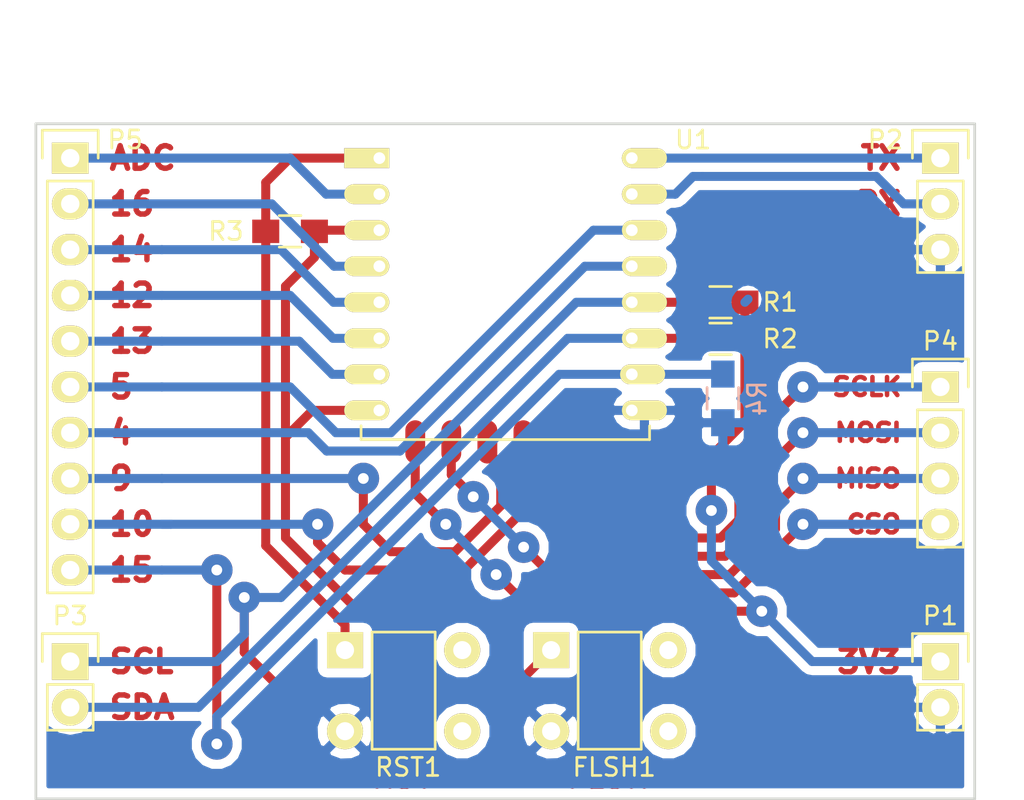
<source format=kicad_pcb>
(kicad_pcb (version 4) (host pcbnew 4.0.2-stable)

  (general
    (links 34)
    (no_connects 0)
    (area 115.157 74.794999 172.475 119.455001)
    (thickness 1.6)
    (drawings 27)
    (tracks 187)
    (zones 0)
    (modules 12)
    (nets 22)
  )

  (page A4)
  (layers
    (0 F.Cu signal)
    (31 B.Cu signal)
    (32 B.Adhes user)
    (33 F.Adhes user)
    (34 B.Paste user)
    (35 F.Paste user)
    (36 B.SilkS user)
    (37 F.SilkS user)
    (38 B.Mask user)
    (39 F.Mask user)
    (40 Dwgs.User user)
    (41 Cmts.User user)
    (42 Eco1.User user)
    (43 Eco2.User user)
    (44 Edge.Cuts user)
    (45 Margin user)
    (46 B.CrtYd user)
    (47 F.CrtYd user)
    (48 B.Fab user)
    (49 F.Fab user)
  )

  (setup
    (last_trace_width 0.5)
    (trace_clearance 0.25)
    (zone_clearance 0.508)
    (zone_45_only no)
    (trace_min 0.2)
    (segment_width 0.2)
    (edge_width 0.15)
    (via_size 1.75)
    (via_drill 0.6)
    (via_min_size 0.4)
    (via_min_drill 0.3)
    (uvia_size 0.3)
    (uvia_drill 0.1)
    (uvias_allowed no)
    (uvia_min_size 0.2)
    (uvia_min_drill 0.1)
    (pcb_text_width 0.3)
    (pcb_text_size 1.5 1.5)
    (mod_edge_width 0.15)
    (mod_text_size 1 1)
    (mod_text_width 0.15)
    (pad_size 1.524 1.524)
    (pad_drill 0.762)
    (pad_to_mask_clearance 0.2)
    (aux_axis_origin 0 0)
    (visible_elements 7FFFFFFF)
    (pcbplotparams
      (layerselection 0x01000_80000001)
      (usegerberextensions false)
      (excludeedgelayer true)
      (linewidth 0.100000)
      (plotframeref false)
      (viasonmask false)
      (mode 1)
      (useauxorigin false)
      (hpglpennumber 1)
      (hpglpenspeed 20)
      (hpglpendiameter 15)
      (hpglpenoverlay 2)
      (psnegative false)
      (psa4output false)
      (plotreference true)
      (plotvalue true)
      (plotinvisibletext false)
      (padsonsilk false)
      (subtractmaskfromsilk false)
      (outputformat 1)
      (mirror false)
      (drillshape 0)
      (scaleselection 1)
      (outputdirectory mill/))
  )

  (net 0 "")
  (net 1 GND)
  (net 2 +3V3)
  (net 3 /TX)
  (net 4 /RX)
  (net 5 /SDA)
  (net 6 /SCL)
  (net 7 /SCLK)
  (net 8 /MOSI)
  (net 9 /MISO)
  (net 10 /CSO)
  (net 11 /ADC)
  (net 12 /GPIO16)
  (net 13 /GPIO14)
  (net 14 /GPIO12)
  (net 15 /GPIO13)
  (net 16 /GPIO9)
  (net 17 /GPIO10)
  (net 18 /GPIO5)
  (net 19 /GPIO4)
  (net 20 /GPIO15)
  (net 21 /RESET)

  (net_class Default "This is the default net class."
    (clearance 0.25)
    (trace_width 0.5)
    (via_dia 1.75)
    (via_drill 0.6)
    (uvia_dia 0.3)
    (uvia_drill 0.1)
    (add_net +3V3)
    (add_net /ADC)
    (add_net /CSO)
    (add_net /GPIO10)
    (add_net /GPIO12)
    (add_net /GPIO13)
    (add_net /GPIO14)
    (add_net /GPIO15)
    (add_net /GPIO16)
    (add_net /GPIO4)
    (add_net /GPIO5)
    (add_net /GPIO9)
    (add_net /MISO)
    (add_net /MOSI)
    (add_net /RESET)
    (add_net /RX)
    (add_net /SCL)
    (add_net /SCLK)
    (add_net /SDA)
    (add_net /TX)
    (add_net GND)
  )

  (module scintilla:ESP-12F locked (layer F.Cu) (tedit 57EC545D) (tstamp 57EBFD72)
    (at 136.525 83.82)
    (descr "Module, scintilla, ESP-12, 16 pad, SMD")
    (tags "Module scintilla ESP8266")
    (path /57EC1984)
    (fp_text reference U1 (at 17.399 -1.016) (layer F.SilkS)
      (effects (font (size 1 1) (thickness 0.15)))
    )
    (fp_text value ESP-12F (at 8 1) (layer F.Fab)
      (effects (font (size 1 1) (thickness 0.15)))
    )
    (fp_line (start -2.25 -0.5) (end -2.25 -8.75) (layer F.CrtYd) (width 0.05))
    (fp_line (start -2.25 -8.75) (end 15.25 -8.75) (layer F.CrtYd) (width 0.05))
    (fp_line (start 15.25 -8.75) (end 16.25 -8.75) (layer F.CrtYd) (width 0.05))
    (fp_line (start 16.25 -8.75) (end 16.25 16) (layer F.CrtYd) (width 0.05))
    (fp_line (start 16.25 16) (end -2.25 16) (layer F.CrtYd) (width 0.05))
    (fp_line (start -2.25 16) (end -2.25 -0.5) (layer F.CrtYd) (width 0.05))
    (fp_line (start -1.016 -8.382) (end 14.986 -8.382) (layer F.CrtYd) (width 0.1524))
    (fp_line (start 14.986 -8.382) (end 14.986 -0.889) (layer F.CrtYd) (width 0.1524))
    (fp_line (start -1.016 -8.382) (end -1.016 -1.016) (layer F.CrtYd) (width 0.1524))
    (fp_line (start -1.016 14.859) (end -1.016 15.621) (layer F.SilkS) (width 0.1524))
    (fp_line (start -1.016 15.621) (end 14.986 15.621) (layer F.SilkS) (width 0.1524))
    (fp_line (start 14.986 15.621) (end 14.986 14.859) (layer F.SilkS) (width 0.1524))
    (fp_line (start 14.992 -8.4) (end -1.008 -2.6) (layer F.CrtYd) (width 0.1524))
    (fp_line (start -1.008 -8.4) (end 14.992 -2.6) (layer F.CrtYd) (width 0.1524))
    (fp_text user "No Copper" (at 6.892 -5.4) (layer F.CrtYd)
      (effects (font (size 1 1) (thickness 0.15)))
    )
    (fp_line (start -1.008 -2.6) (end 14.992 -2.6) (layer F.CrtYd) (width 0.1524))
    (fp_line (start 15 -8.4) (end 15 15.6) (layer F.Fab) (width 0.05))
    (fp_line (start 14.992 15.6) (end -1.008 15.6) (layer F.Fab) (width 0.05))
    (fp_line (start -1.008 15.6) (end -1.008 -8.4) (layer F.Fab) (width 0.05))
    (fp_line (start -1.008 -8.4) (end 14.992 -8.4) (layer F.Fab) (width 0.05))
    (pad 1 thru_hole rect (at 0 0) (size 2.5 1.1) (drill 0.65 (offset -0.7 0)) (layers *.Cu *.Mask F.SilkS)
      (net 21 /RESET))
    (pad 2 thru_hole oval (at 0 2) (size 2.5 1.1) (drill 0.65 (offset -0.7 0)) (layers *.Cu *.Mask F.SilkS)
      (net 11 /ADC))
    (pad 3 thru_hole oval (at 0 4) (size 2.5 1.1) (drill 0.65 (offset -0.7 0)) (layers *.Cu *.Mask F.SilkS)
      (net 2 +3V3))
    (pad 4 thru_hole oval (at 0 6) (size 2.5 1.1) (drill 0.65 (offset -0.7 0)) (layers *.Cu *.Mask F.SilkS)
      (net 12 /GPIO16))
    (pad 5 thru_hole oval (at 0 8) (size 2.5 1.1) (drill 0.65 (offset -0.7 0)) (layers *.Cu *.Mask F.SilkS)
      (net 13 /GPIO14))
    (pad 6 thru_hole oval (at 0 10) (size 2.5 1.1) (drill 0.65 (offset -0.7 0)) (layers *.Cu *.Mask F.SilkS)
      (net 14 /GPIO12))
    (pad 7 thru_hole oval (at 0 12) (size 2.5 1.1) (drill 0.65 (offset -0.7 0)) (layers *.Cu *.Mask F.SilkS)
      (net 15 /GPIO13))
    (pad 8 thru_hole oval (at 0 14) (size 2.5 1.1) (drill 0.65 (offset -0.7 0)) (layers *.Cu *.Mask F.SilkS)
      (net 2 +3V3))
    (pad 9 smd oval (at 1.99 15.75 90) (size 2.4 1.1) (layers F.Cu F.Paste F.Mask)
      (net 10 /CSO))
    (pad 10 smd oval (at 3.99 15.75 90) (size 2.4 1.1) (layers F.Cu F.Paste F.Mask)
      (net 9 /MISO))
    (pad 11 smd oval (at 5.99 15.75 90) (size 2.4 1.1) (layers F.Cu F.Paste F.Mask)
      (net 16 /GPIO9))
    (pad 12 smd oval (at 7.99 15.75 90) (size 2.4 1.1) (layers F.Cu F.Paste F.Mask)
      (net 17 /GPIO10))
    (pad 13 smd oval (at 9.99 15.75 90) (size 2.4 1.1) (layers F.Cu F.Paste F.Mask)
      (net 8 /MOSI))
    (pad 14 smd oval (at 11.99 15.75 90) (size 2.4 1.1) (layers F.Cu F.Paste F.Mask)
      (net 7 /SCLK))
    (pad 15 thru_hole oval (at 14 14) (size 2.5 1.1) (drill 0.65 (offset 0.7 0)) (layers *.Cu *.Mask F.SilkS)
      (net 1 GND))
    (pad 16 thru_hole oval (at 14 12) (size 2.5 1.1) (drill 0.65 (offset 0.6 0)) (layers *.Cu *.Mask F.SilkS)
      (net 20 /GPIO15))
    (pad 17 thru_hole oval (at 14 10) (size 2.5 1.1) (drill 0.65 (offset 0.7 0)) (layers *.Cu *.Mask F.SilkS)
      (net 5 /SDA))
    (pad 18 thru_hole oval (at 14 8) (size 2.5 1.1) (drill 0.65 (offset 0.7 0)) (layers *.Cu *.Mask F.SilkS)
      (net 6 /SCL))
    (pad 19 thru_hole oval (at 14 6) (size 2.5 1.1) (drill 0.65 (offset 0.7 0)) (layers *.Cu *.Mask F.SilkS)
      (net 19 /GPIO4))
    (pad 20 thru_hole oval (at 14 4) (size 2.5 1.1) (drill 0.65 (offset 0.7 0)) (layers *.Cu *.Mask F.SilkS)
      (net 18 /GPIO5))
    (pad 21 thru_hole oval (at 14 2) (size 2.5 1.1) (drill 0.65 (offset 0.7 0)) (layers *.Cu *.Mask F.SilkS)
      (net 4 /RX))
    (pad 22 thru_hole oval (at 14 0) (size 2.5 1.1) (drill 0.65 (offset 0.7 0)) (layers *.Cu *.Mask F.SilkS)
      (net 3 /TX))
  )

  (module Resistors_SMD:R_0805_HandSoldering (layer F.Cu) (tedit 57EC5C9E) (tstamp 57EBFD32)
    (at 131.572 87.884 180)
    (descr "Resistor SMD 0805, hand soldering")
    (tags "resistor 0805")
    (path /57B20D9D)
    (attr smd)
    (fp_text reference R3 (at 3.556 0 180) (layer F.SilkS)
      (effects (font (size 1 1) (thickness 0.15)))
    )
    (fp_text value 10k (at 0 0 180) (layer F.Fab)
      (effects (font (size 1 1) (thickness 0.15)))
    )
    (fp_line (start -2.4 -1) (end 2.4 -1) (layer F.CrtYd) (width 0.05))
    (fp_line (start -2.4 1) (end 2.4 1) (layer F.CrtYd) (width 0.05))
    (fp_line (start -2.4 -1) (end -2.4 1) (layer F.CrtYd) (width 0.05))
    (fp_line (start 2.4 -1) (end 2.4 1) (layer F.CrtYd) (width 0.05))
    (fp_line (start 0.6 0.875) (end -0.6 0.875) (layer F.SilkS) (width 0.15))
    (fp_line (start -0.6 -0.875) (end 0.6 -0.875) (layer F.SilkS) (width 0.15))
    (pad 1 smd rect (at -1.35 0 180) (size 1.5 1.3) (layers F.Cu F.Paste F.Mask)
      (net 2 +3V3))
    (pad 2 smd rect (at 1.35 0 180) (size 1.5 1.3) (layers F.Cu F.Paste F.Mask)
      (net 21 /RESET))
    (model Resistors_SMD.3dshapes/R_0805_HandSoldering.wrl
      (at (xyz 0 0 0))
      (scale (xyz 1 1 1))
      (rotate (xyz 0 0 0))
    )
  )

  (module scintilla:1825910-6 (layer F.Cu) (tedit 57EC542C) (tstamp 57EBFCF7)
    (at 146.05 111.125)
    (path /57B2172A)
    (fp_text reference FLSH1 (at 3.5 6.5) (layer F.SilkS)
      (effects (font (size 1 1) (thickness 0.15)))
    )
    (fp_text value SW_PUSH (at 8.89 2.159 90) (layer F.Fab)
      (effects (font (size 1 1) (thickness 0.15)))
    )
    (fp_line (start 1.5 -1) (end 5 -1) (layer F.SilkS) (width 0.15))
    (fp_line (start 5 -1) (end 5 5.5) (layer F.SilkS) (width 0.15))
    (fp_line (start 5 5.5) (end 1.5 5.5) (layer F.SilkS) (width 0.15))
    (fp_line (start 1.5 5.5) (end 1.5 -1) (layer F.SilkS) (width 0.15))
    (pad 1 thru_hole rect (at 0 0) (size 2 2) (drill 1) (layers *.Cu *.Mask F.SilkS)
      (net 6 /SCL))
    (pad 2 thru_hole circle (at 0 4.5) (size 2 2) (drill 1) (layers *.Cu *.Mask F.SilkS)
      (net 1 GND))
    (pad 3 thru_hole circle (at 6.5 4.5) (size 2 2) (drill 1) (layers *.Cu *.Mask F.SilkS))
    (pad 4 thru_hole circle (at 6.5 0) (size 2 2) (drill 1) (layers *.Cu *.Mask F.SilkS))
  )

  (module Pin_Headers:Pin_Header_Straight_1x02 (layer F.Cu) (tedit 57EC5474) (tstamp 57EBFCFD)
    (at 167.64 111.76)
    (descr "Through hole pin header")
    (tags "pin header")
    (path /57B279EF)
    (fp_text reference P1 (at 0 -2.54) (layer F.SilkS)
      (effects (font (size 1 1) (thickness 0.15)))
    )
    (fp_text value PWR_CONN (at 3.81 1.27 90) (layer F.Fab)
      (effects (font (size 1 1) (thickness 0.15)))
    )
    (fp_line (start 1.27 1.27) (end 1.27 3.81) (layer F.SilkS) (width 0.15))
    (fp_line (start 1.55 -1.55) (end 1.55 0) (layer F.SilkS) (width 0.15))
    (fp_line (start -1.75 -1.75) (end -1.75 4.3) (layer F.CrtYd) (width 0.05))
    (fp_line (start 1.75 -1.75) (end 1.75 4.3) (layer F.CrtYd) (width 0.05))
    (fp_line (start -1.75 -1.75) (end 1.75 -1.75) (layer F.CrtYd) (width 0.05))
    (fp_line (start -1.75 4.3) (end 1.75 4.3) (layer F.CrtYd) (width 0.05))
    (fp_line (start 1.27 1.27) (end -1.27 1.27) (layer F.SilkS) (width 0.15))
    (fp_line (start -1.55 0) (end -1.55 -1.55) (layer F.SilkS) (width 0.15))
    (fp_line (start -1.55 -1.55) (end 1.55 -1.55) (layer F.SilkS) (width 0.15))
    (fp_line (start -1.27 1.27) (end -1.27 3.81) (layer F.SilkS) (width 0.15))
    (fp_line (start -1.27 3.81) (end 1.27 3.81) (layer F.SilkS) (width 0.15))
    (pad 1 thru_hole rect (at 0 0) (size 2.032 2.032) (drill 1.016) (layers *.Cu *.Mask F.SilkS)
      (net 2 +3V3))
    (pad 2 thru_hole oval (at 0 2.54) (size 2.032 2.032) (drill 1.016) (layers *.Cu *.Mask F.SilkS)
      (net 1 GND))
    (model Pin_Headers.3dshapes/Pin_Header_Straight_1x02.wrl
      (at (xyz 0 -0.05 0))
      (scale (xyz 1 1 1))
      (rotate (xyz 0 0 90))
    )
  )

  (module Pin_Headers:Pin_Header_Straight_1x03 (layer F.Cu) (tedit 57EC545F) (tstamp 57EBFD04)
    (at 167.64 83.82)
    (descr "Through hole pin header")
    (tags "pin header")
    (path /57B237A7)
    (fp_text reference P2 (at -3.048 -1.016) (layer F.SilkS)
      (effects (font (size 1 1) (thickness 0.15)))
    )
    (fp_text value UART_BUS (at 3.81 2.54 90) (layer F.Fab)
      (effects (font (size 1 1) (thickness 0.15)))
    )
    (fp_line (start -1.75 -1.75) (end -1.75 6.85) (layer F.CrtYd) (width 0.05))
    (fp_line (start 1.75 -1.75) (end 1.75 6.85) (layer F.CrtYd) (width 0.05))
    (fp_line (start -1.75 -1.75) (end 1.75 -1.75) (layer F.CrtYd) (width 0.05))
    (fp_line (start -1.75 6.85) (end 1.75 6.85) (layer F.CrtYd) (width 0.05))
    (fp_line (start -1.27 1.27) (end -1.27 6.35) (layer F.SilkS) (width 0.15))
    (fp_line (start -1.27 6.35) (end 1.27 6.35) (layer F.SilkS) (width 0.15))
    (fp_line (start 1.27 6.35) (end 1.27 1.27) (layer F.SilkS) (width 0.15))
    (fp_line (start 1.55 -1.55) (end 1.55 0) (layer F.SilkS) (width 0.15))
    (fp_line (start 1.27 1.27) (end -1.27 1.27) (layer F.SilkS) (width 0.15))
    (fp_line (start -1.55 0) (end -1.55 -1.55) (layer F.SilkS) (width 0.15))
    (fp_line (start -1.55 -1.55) (end 1.55 -1.55) (layer F.SilkS) (width 0.15))
    (pad 1 thru_hole rect (at 0 0) (size 2.032 1.7272) (drill 1.016) (layers *.Cu *.Mask F.SilkS)
      (net 3 /TX))
    (pad 2 thru_hole oval (at 0 2.54) (size 2.032 1.7272) (drill 1.016) (layers *.Cu *.Mask F.SilkS)
      (net 4 /RX))
    (pad 3 thru_hole oval (at 0 5.08) (size 2.032 1.7272) (drill 1.016) (layers *.Cu *.Mask F.SilkS)
      (net 1 GND))
    (model Pin_Headers.3dshapes/Pin_Header_Straight_1x03.wrl
      (at (xyz 0 -0.1 0))
      (scale (xyz 1 1 1))
      (rotate (xyz 0 0 90))
    )
  )

  (module Pin_Headers:Pin_Header_Straight_1x02 (layer F.Cu) (tedit 57EC5479) (tstamp 57EBFD0A)
    (at 119.38 111.76)
    (descr "Through hole pin header")
    (tags "pin header")
    (path /57EBF304)
    (fp_text reference P3 (at 0 -2.54) (layer F.SilkS)
      (effects (font (size 1 1) (thickness 0.15)))
    )
    (fp_text value I2C_BUS (at -3.048 1.016 90) (layer F.Fab)
      (effects (font (size 1 1) (thickness 0.15)))
    )
    (fp_line (start 1.27 1.27) (end 1.27 3.81) (layer F.SilkS) (width 0.15))
    (fp_line (start 1.55 -1.55) (end 1.55 0) (layer F.SilkS) (width 0.15))
    (fp_line (start -1.75 -1.75) (end -1.75 4.3) (layer F.CrtYd) (width 0.05))
    (fp_line (start 1.75 -1.75) (end 1.75 4.3) (layer F.CrtYd) (width 0.05))
    (fp_line (start -1.75 -1.75) (end 1.75 -1.75) (layer F.CrtYd) (width 0.05))
    (fp_line (start -1.75 4.3) (end 1.75 4.3) (layer F.CrtYd) (width 0.05))
    (fp_line (start 1.27 1.27) (end -1.27 1.27) (layer F.SilkS) (width 0.15))
    (fp_line (start -1.55 0) (end -1.55 -1.55) (layer F.SilkS) (width 0.15))
    (fp_line (start -1.55 -1.55) (end 1.55 -1.55) (layer F.SilkS) (width 0.15))
    (fp_line (start -1.27 1.27) (end -1.27 3.81) (layer F.SilkS) (width 0.15))
    (fp_line (start -1.27 3.81) (end 1.27 3.81) (layer F.SilkS) (width 0.15))
    (pad 1 thru_hole rect (at 0 0) (size 2.032 2.032) (drill 1.016) (layers *.Cu *.Mask F.SilkS)
      (net 6 /SCL))
    (pad 2 thru_hole oval (at 0 2.54) (size 2.032 2.032) (drill 1.016) (layers *.Cu *.Mask F.SilkS)
      (net 5 /SDA))
    (model Pin_Headers.3dshapes/Pin_Header_Straight_1x02.wrl
      (at (xyz 0 -0.05 0))
      (scale (xyz 1 1 1))
      (rotate (xyz 0 0 90))
    )
  )

  (module Pin_Headers:Pin_Header_Straight_1x04 (layer F.Cu) (tedit 57EC5470) (tstamp 57EBFD12)
    (at 167.64 96.52)
    (descr "Through hole pin header")
    (tags "pin header")
    (path /57B24E9D)
    (fp_text reference P4 (at 0 -2.54) (layer F.SilkS)
      (effects (font (size 1 1) (thickness 0.15)))
    )
    (fp_text value SPI_BUS (at 3.81 3.81 90) (layer F.Fab)
      (effects (font (size 1 1) (thickness 0.15)))
    )
    (fp_line (start -1.75 -1.75) (end -1.75 9.4) (layer F.CrtYd) (width 0.05))
    (fp_line (start 1.75 -1.75) (end 1.75 9.4) (layer F.CrtYd) (width 0.05))
    (fp_line (start -1.75 -1.75) (end 1.75 -1.75) (layer F.CrtYd) (width 0.05))
    (fp_line (start -1.75 9.4) (end 1.75 9.4) (layer F.CrtYd) (width 0.05))
    (fp_line (start -1.27 1.27) (end -1.27 8.89) (layer F.SilkS) (width 0.15))
    (fp_line (start 1.27 1.27) (end 1.27 8.89) (layer F.SilkS) (width 0.15))
    (fp_line (start 1.55 -1.55) (end 1.55 0) (layer F.SilkS) (width 0.15))
    (fp_line (start -1.27 8.89) (end 1.27 8.89) (layer F.SilkS) (width 0.15))
    (fp_line (start 1.27 1.27) (end -1.27 1.27) (layer F.SilkS) (width 0.15))
    (fp_line (start -1.55 0) (end -1.55 -1.55) (layer F.SilkS) (width 0.15))
    (fp_line (start -1.55 -1.55) (end 1.55 -1.55) (layer F.SilkS) (width 0.15))
    (pad 1 thru_hole rect (at 0 0) (size 2.032 1.7272) (drill 1.016) (layers *.Cu *.Mask F.SilkS)
      (net 7 /SCLK))
    (pad 2 thru_hole oval (at 0 2.54) (size 2.032 1.7272) (drill 1.016) (layers *.Cu *.Mask F.SilkS)
      (net 8 /MOSI))
    (pad 3 thru_hole oval (at 0 5.08) (size 2.032 1.7272) (drill 1.016) (layers *.Cu *.Mask F.SilkS)
      (net 9 /MISO))
    (pad 4 thru_hole oval (at 0 7.62) (size 2.032 1.7272) (drill 1.016) (layers *.Cu *.Mask F.SilkS)
      (net 10 /CSO))
    (model Pin_Headers.3dshapes/Pin_Header_Straight_1x04.wrl
      (at (xyz 0 -0.15 0))
      (scale (xyz 1 1 1))
      (rotate (xyz 0 0 90))
    )
  )

  (module Pin_Headers:Pin_Header_Straight_1x10 (layer F.Cu) (tedit 57EC5455) (tstamp 57EBFD20)
    (at 119.38 83.82)
    (descr "Through hole pin header")
    (tags "pin header")
    (path /57ECA5F9)
    (fp_text reference P5 (at 3.048 -1.016) (layer F.SilkS)
      (effects (font (size 1 1) (thickness 0.15)))
    )
    (fp_text value GPIO_CONN (at -3.048 10.668 90) (layer F.Fab)
      (effects (font (size 1 1) (thickness 0.15)))
    )
    (fp_line (start -1.75 -1.75) (end -1.75 24.65) (layer F.CrtYd) (width 0.05))
    (fp_line (start 1.75 -1.75) (end 1.75 24.65) (layer F.CrtYd) (width 0.05))
    (fp_line (start -1.75 -1.75) (end 1.75 -1.75) (layer F.CrtYd) (width 0.05))
    (fp_line (start -1.75 24.65) (end 1.75 24.65) (layer F.CrtYd) (width 0.05))
    (fp_line (start 1.27 1.27) (end 1.27 24.13) (layer F.SilkS) (width 0.15))
    (fp_line (start 1.27 24.13) (end -1.27 24.13) (layer F.SilkS) (width 0.15))
    (fp_line (start -1.27 24.13) (end -1.27 1.27) (layer F.SilkS) (width 0.15))
    (fp_line (start 1.55 -1.55) (end 1.55 0) (layer F.SilkS) (width 0.15))
    (fp_line (start 1.27 1.27) (end -1.27 1.27) (layer F.SilkS) (width 0.15))
    (fp_line (start -1.55 0) (end -1.55 -1.55) (layer F.SilkS) (width 0.15))
    (fp_line (start -1.55 -1.55) (end 1.55 -1.55) (layer F.SilkS) (width 0.15))
    (pad 1 thru_hole rect (at 0 0) (size 2.032 1.7272) (drill 1.016) (layers *.Cu *.Mask F.SilkS)
      (net 11 /ADC))
    (pad 2 thru_hole oval (at 0 2.54) (size 2.032 1.7272) (drill 1.016) (layers *.Cu *.Mask F.SilkS)
      (net 12 /GPIO16))
    (pad 3 thru_hole oval (at 0 5.08) (size 2.032 1.7272) (drill 1.016) (layers *.Cu *.Mask F.SilkS)
      (net 13 /GPIO14))
    (pad 4 thru_hole oval (at 0 7.62) (size 2.032 1.7272) (drill 1.016) (layers *.Cu *.Mask F.SilkS)
      (net 14 /GPIO12))
    (pad 5 thru_hole oval (at 0 10.16) (size 2.032 1.7272) (drill 1.016) (layers *.Cu *.Mask F.SilkS)
      (net 15 /GPIO13))
    (pad 6 thru_hole oval (at 0 12.7) (size 2.032 1.7272) (drill 1.016) (layers *.Cu *.Mask F.SilkS)
      (net 18 /GPIO5))
    (pad 7 thru_hole oval (at 0 15.24) (size 2.032 1.7272) (drill 1.016) (layers *.Cu *.Mask F.SilkS)
      (net 19 /GPIO4))
    (pad 8 thru_hole oval (at 0 17.78) (size 2.032 1.7272) (drill 1.016) (layers *.Cu *.Mask F.SilkS)
      (net 16 /GPIO9))
    (pad 9 thru_hole oval (at 0 20.32) (size 2.032 1.7272) (drill 1.016) (layers *.Cu *.Mask F.SilkS)
      (net 17 /GPIO10))
    (pad 10 thru_hole oval (at 0 22.86) (size 2.032 1.7272) (drill 1.016) (layers *.Cu *.Mask F.SilkS)
      (net 20 /GPIO15))
    (model Pin_Headers.3dshapes/Pin_Header_Straight_1x10.wrl
      (at (xyz 0 -0.45 0))
      (scale (xyz 1 1 1))
      (rotate (xyz 0 0 90))
    )
  )

  (module Resistors_SMD:R_0805_HandSoldering (layer F.Cu) (tedit 57EC539F) (tstamp 57EBFD26)
    (at 155.448 91.821 180)
    (descr "Resistor SMD 0805, hand soldering")
    (tags "resistor 0805")
    (path /57C0455C)
    (attr smd)
    (fp_text reference R1 (at -3.302 0 180) (layer F.SilkS)
      (effects (font (size 1 1) (thickness 0.15)))
    )
    (fp_text value 4k7 (at 0 0 180) (layer F.Fab)
      (effects (font (size 1 1) (thickness 0.15)))
    )
    (fp_line (start -2.4 -1) (end 2.4 -1) (layer F.CrtYd) (width 0.05))
    (fp_line (start -2.4 1) (end 2.4 1) (layer F.CrtYd) (width 0.05))
    (fp_line (start -2.4 -1) (end -2.4 1) (layer F.CrtYd) (width 0.05))
    (fp_line (start 2.4 -1) (end 2.4 1) (layer F.CrtYd) (width 0.05))
    (fp_line (start 0.6 0.875) (end -0.6 0.875) (layer F.SilkS) (width 0.15))
    (fp_line (start -0.6 -0.875) (end 0.6 -0.875) (layer F.SilkS) (width 0.15))
    (pad 1 smd rect (at -1.35 0 180) (size 1.5 1.3) (layers F.Cu F.Paste F.Mask)
      (net 2 +3V3))
    (pad 2 smd rect (at 1.35 0 180) (size 1.5 1.3) (layers F.Cu F.Paste F.Mask)
      (net 6 /SCL))
    (model Resistors_SMD.3dshapes/R_0805_HandSoldering.wrl
      (at (xyz 0 0 0))
      (scale (xyz 1 1 1))
      (rotate (xyz 0 0 0))
    )
  )

  (module Resistors_SMD:R_0805_HandSoldering (layer F.Cu) (tedit 57EC53A0) (tstamp 57EBFD2C)
    (at 155.448 93.853 180)
    (descr "Resistor SMD 0805, hand soldering")
    (tags "resistor 0805")
    (path /57C0458E)
    (attr smd)
    (fp_text reference R2 (at -3.302 0 180) (layer F.SilkS)
      (effects (font (size 1 1) (thickness 0.15)))
    )
    (fp_text value 4k7 (at 0 0 180) (layer F.Fab)
      (effects (font (size 1 1) (thickness 0.15)))
    )
    (fp_line (start -2.4 -1) (end 2.4 -1) (layer F.CrtYd) (width 0.05))
    (fp_line (start -2.4 1) (end 2.4 1) (layer F.CrtYd) (width 0.05))
    (fp_line (start -2.4 -1) (end -2.4 1) (layer F.CrtYd) (width 0.05))
    (fp_line (start 2.4 -1) (end 2.4 1) (layer F.CrtYd) (width 0.05))
    (fp_line (start 0.6 0.875) (end -0.6 0.875) (layer F.SilkS) (width 0.15))
    (fp_line (start -0.6 -0.875) (end 0.6 -0.875) (layer F.SilkS) (width 0.15))
    (pad 1 smd rect (at -1.35 0 180) (size 1.5 1.3) (layers F.Cu F.Paste F.Mask)
      (net 2 +3V3))
    (pad 2 smd rect (at 1.35 0 180) (size 1.5 1.3) (layers F.Cu F.Paste F.Mask)
      (net 5 /SDA))
    (model Resistors_SMD.3dshapes/R_0805_HandSoldering.wrl
      (at (xyz 0 0 0))
      (scale (xyz 1 1 1))
      (rotate (xyz 0 0 0))
    )
  )

  (module Resistors_SMD:R_0805_HandSoldering (layer B.Cu) (tedit 57EC5CB3) (tstamp 57EBFD38)
    (at 155.575 97.155 270)
    (descr "Resistor SMD 0805, hand soldering")
    (tags "resistor 0805")
    (path /57C044FA)
    (attr smd)
    (fp_text reference R4 (at 0 -1.905 270) (layer B.SilkS)
      (effects (font (size 1 1) (thickness 0.15)) (justify mirror))
    )
    (fp_text value 10k (at 0 0 270) (layer B.Fab)
      (effects (font (size 1 1) (thickness 0.15)) (justify mirror))
    )
    (fp_line (start -2.4 1) (end 2.4 1) (layer B.CrtYd) (width 0.05))
    (fp_line (start -2.4 -1) (end 2.4 -1) (layer B.CrtYd) (width 0.05))
    (fp_line (start -2.4 1) (end -2.4 -1) (layer B.CrtYd) (width 0.05))
    (fp_line (start 2.4 1) (end 2.4 -1) (layer B.CrtYd) (width 0.05))
    (fp_line (start 0.6 -0.875) (end -0.6 -0.875) (layer B.SilkS) (width 0.15))
    (fp_line (start -0.6 0.875) (end 0.6 0.875) (layer B.SilkS) (width 0.15))
    (pad 1 smd rect (at -1.35 0 270) (size 1.5 1.3) (layers B.Cu B.Paste B.Mask)
      (net 20 /GPIO15))
    (pad 2 smd rect (at 1.35 0 270) (size 1.5 1.3) (layers B.Cu B.Paste B.Mask)
      (net 1 GND))
    (model Resistors_SMD.3dshapes/R_0805_HandSoldering.wrl
      (at (xyz 0 0 0))
      (scale (xyz 1 1 1))
      (rotate (xyz 0 0 0))
    )
  )

  (module scintilla:1825910-6 (layer F.Cu) (tedit 57EC5434) (tstamp 57EBFD44)
    (at 134.62 111.125)
    (path /57B20E44)
    (fp_text reference RST1 (at 3.5 6.5) (layer F.SilkS)
      (effects (font (size 1 1) (thickness 0.15)))
    )
    (fp_text value SW_PUSH (at -2.54 2.159 270) (layer F.Fab)
      (effects (font (size 1 1) (thickness 0.15)))
    )
    (fp_line (start 1.5 -1) (end 5 -1) (layer F.SilkS) (width 0.15))
    (fp_line (start 5 -1) (end 5 5.5) (layer F.SilkS) (width 0.15))
    (fp_line (start 5 5.5) (end 1.5 5.5) (layer F.SilkS) (width 0.15))
    (fp_line (start 1.5 5.5) (end 1.5 -1) (layer F.SilkS) (width 0.15))
    (pad 1 thru_hole rect (at 0 0) (size 2 2) (drill 1) (layers *.Cu *.Mask F.SilkS)
      (net 21 /RESET))
    (pad 2 thru_hole circle (at 0 4.5) (size 2 2) (drill 1) (layers *.Cu *.Mask F.SilkS)
      (net 1 GND))
    (pad 3 thru_hole circle (at 6.5 4.5) (size 2 2) (drill 1) (layers *.Cu *.Mask F.SilkS))
    (pad 4 thru_hole circle (at 6.5 0) (size 2 2) (drill 1) (layers *.Cu *.Mask F.SilkS))
  )

  (gr_text "RST\n" (at 137.795 118.11) (layer F.Cu)
    (effects (font (size 1.25 1.25) (thickness 0.3)))
  )
  (gr_text FLSH (at 149.225 118.11) (layer F.Cu)
    (effects (font (size 1.25 1.25) (thickness 0.3)))
  )
  (gr_text GND (at 165.608 114.3) (layer F.Cu)
    (effects (font (size 1.25 1.25) (thickness 0.3)) (justify right))
  )
  (gr_text 3V3 (at 165.608 111.76) (layer F.Cu)
    (effects (font (size 1.25 1.25) (thickness 0.3)) (justify right))
  )
  (gr_text CSO (at 165.608 104.14) (layer F.Cu)
    (effects (font (size 1 1) (thickness 0.25)) (justify right))
  )
  (gr_text MISO (at 165.608 101.6) (layer F.Cu)
    (effects (font (size 1 1) (thickness 0.25)) (justify right))
  )
  (gr_text MOSI (at 165.608 99.06) (layer F.Cu)
    (effects (font (size 1 1) (thickness 0.25)) (justify right))
  )
  (gr_text SCLK (at 165.608 96.52) (layer F.Cu)
    (effects (font (size 1 1) (thickness 0.25)) (justify right))
  )
  (gr_text GND (at 165.608 88.9) (layer F.Cu)
    (effects (font (size 1.25 1.25) (thickness 0.3)) (justify right))
  )
  (gr_text RX (at 165.608 86.36) (layer F.Cu)
    (effects (font (size 1.25 1.25) (thickness 0.3)) (justify right))
  )
  (gr_text TX (at 165.608 83.82) (layer F.Cu)
    (effects (font (size 1.25 1.25) (thickness 0.3)) (justify right))
  )
  (gr_text SDA (at 121.412 114.3) (layer F.Cu)
    (effects (font (size 1.25 1.25) (thickness 0.3)) (justify left))
  )
  (gr_text SCL (at 121.412 111.76) (layer F.Cu)
    (effects (font (size 1.25 1.25) (thickness 0.3)) (justify left))
  )
  (gr_text 15 (at 121.412 106.68) (layer F.Cu)
    (effects (font (size 1.25 1.25) (thickness 0.3)) (justify left))
  )
  (gr_text 10 (at 121.412 104.14) (layer F.Cu)
    (effects (font (size 1.25 1.25) (thickness 0.3)) (justify left))
  )
  (gr_text 9 (at 121.412 101.6) (layer F.Cu)
    (effects (font (size 1.25 1.25) (thickness 0.3)) (justify left))
  )
  (gr_text 4 (at 121.412 99.06) (layer F.Cu)
    (effects (font (size 1.25 1.25) (thickness 0.3)) (justify left))
  )
  (gr_text 5 (at 121.412 96.52) (layer F.Cu)
    (effects (font (size 1.25 1.25) (thickness 0.3)) (justify left))
  )
  (gr_text 13 (at 121.412 93.98) (layer F.Cu)
    (effects (font (size 1.25 1.25) (thickness 0.3)) (justify left))
  )
  (gr_text 12 (at 121.412 91.44) (layer F.Cu)
    (effects (font (size 1.25 1.25) (thickness 0.3)) (justify left))
  )
  (gr_text 14 (at 121.412 88.9) (layer F.Cu)
    (effects (font (size 1.25 1.25) (thickness 0.3)) (justify left))
  )
  (gr_text 16 (at 121.412 86.36) (layer F.Cu)
    (effects (font (size 1.25 1.25) (thickness 0.3)) (justify left))
  )
  (gr_text ADC (at 121.412 83.82) (layer F.Cu)
    (effects (font (size 1.25 1.25) (thickness 0.3)) (justify left))
  )
  (gr_line (start 169.545 119.38) (end 169.545 81.915) (angle 90) (layer Edge.Cuts) (width 0.15))
  (gr_line (start 117.475 119.38) (end 169.545 119.38) (angle 90) (layer Edge.Cuts) (width 0.15))
  (gr_line (start 117.475 81.915) (end 117.475 119.38) (angle 90) (layer Edge.Cuts) (width 0.15))
  (gr_line (start 169.545 81.915) (end 117.475 81.915) (angle 90) (layer Edge.Cuts) (width 0.15))

  (segment (start 156.972 91.647) (end 156.798 91.821) (width 0.5) (layer B.Cu) (net 0) (tstamp 57EC4C83))
  (segment (start 131.318 99.314) (end 131.318 90.932) (width 0.5) (layer F.Cu) (net 2))
  (segment (start 131.318 90.932) (end 132.922 89.328) (width 0.5) (layer F.Cu) (net 2) (tstamp 57EC5BA5))
  (segment (start 167.64 111.76) (end 162.56 111.76) (width 0.5) (layer B.Cu) (net 2))
  (segment (start 160.528 111.76) (end 157.734 108.966) (width 0.5) (layer B.Cu) (net 2) (tstamp 57EC5358))
  (segment (start 162.56 111.76) (end 160.528 111.76) (width 0.5) (layer B.Cu) (net 2))
  (segment (start 132.922 87.884) (end 132.922 89.328) (width 0.5) (layer F.Cu) (net 2))
  (segment (start 136.525 87.82) (end 132.986 87.82) (width 0.5) (layer F.Cu) (net 2))
  (segment (start 132.986 87.82) (end 132.922 87.884) (width 0.5) (layer F.Cu) (net 2) (tstamp 57EC55BC))
  (segment (start 135.382 108.966) (end 131.318 104.902) (width 0.5) (layer F.Cu) (net 2))
  (segment (start 131.318 104.902) (end 131.318 103.632) (width 0.5) (layer F.Cu) (net 2) (tstamp 57EC530A))
  (segment (start 131.318 99.314) (end 132.812 97.82) (width 0.5) (layer F.Cu) (net 2) (tstamp 57EC52FA))
  (segment (start 131.318 103.632) (end 131.318 99.314) (width 0.5) (layer F.Cu) (net 2) (tstamp 57EC530D))
  (segment (start 144.78 108.966) (end 135.382 108.966) (width 0.5) (layer F.Cu) (net 2) (tstamp 57EC52EA))
  (segment (start 157.734 108.966) (end 144.78 108.966) (width 0.5) (layer F.Cu) (net 2) (tstamp 57EC52E9))
  (via (at 157.734 108.966) (size 1.75) (drill 0.6) (layers F.Cu B.Cu) (net 2))
  (segment (start 154.94 103.378) (end 154.94 106.172) (width 0.5) (layer B.Cu) (net 2))
  (segment (start 156.798 98.472) (end 154.94 100.33) (width 0.5) (layer F.Cu) (net 2) (tstamp 57EC52CD))
  (segment (start 154.94 100.33) (end 154.94 103.378) (width 0.5) (layer F.Cu) (net 2) (tstamp 57EC52CF))
  (via (at 154.94 103.378) (size 1.75) (drill 0.6) (layers F.Cu B.Cu) (net 2))
  (segment (start 156.798 93.853) (end 156.798 98.472) (width 0.5) (layer F.Cu) (net 2))
  (segment (start 132.812 97.82) (end 136.525 97.82) (width 0.5) (layer F.Cu) (net 2) (tstamp 57EC52FB))
  (segment (start 154.94 106.172) (end 157.734 108.966) (width 0.5) (layer B.Cu) (net 2) (tstamp 57EC52E1))
  (segment (start 156.798 91.821) (end 156.798 93.853) (width 0.5) (layer F.Cu) (net 2))
  (segment (start 136.525 87.82) (end 136.461 87.884) (width 0.5) (layer B.Cu) (net 2))
  (segment (start 167.64 83.82) (end 150.525 83.82) (width 0.5) (layer B.Cu) (net 3))
  (segment (start 152.908 85.82) (end 152.94 85.82) (width 0.5) (layer B.Cu) (net 4))
  (segment (start 164.084 84.836) (end 154.432 84.836) (width 0.5) (layer B.Cu) (net 4) (tstamp 57EC5C00))
  (segment (start 164.084 84.836) (end 165.608 86.36) (width 0.5) (layer B.Cu) (net 4) (tstamp 57EC5BFE))
  (segment (start 153.924 84.836) (end 154.432 84.836) (width 0.5) (layer B.Cu) (net 4) (tstamp 57EC5C0B))
  (segment (start 152.94 85.82) (end 153.924 84.836) (width 0.5) (layer B.Cu) (net 4) (tstamp 57EC5C0A))
  (segment (start 167.64 86.36) (end 165.608 86.36) (width 0.5) (layer B.Cu) (net 4))
  (segment (start 152.908 85.82) (end 150.525 85.82) (width 0.5) (layer B.Cu) (net 4) (tstamp 57EC5C08))
  (segment (start 119.38 114.3) (end 124.46 114.3) (width 0.5) (layer B.Cu) (net 5))
  (segment (start 146.972 93.82) (end 126.492 114.3) (width 0.5) (layer B.Cu) (net 5) (tstamp 57EC3EA3))
  (segment (start 126.492 114.3) (end 124.46 114.3) (width 0.5) (layer B.Cu) (net 5) (tstamp 57EC3EA5))
  (segment (start 146.972 93.82) (end 150.525 93.82) (width 0.5) (layer B.Cu) (net 5))
  (segment (start 150.525 93.82) (end 154.065 93.82) (width 0.5) (layer F.Cu) (net 5))
  (segment (start 154.065 93.82) (end 154.098 93.853) (width 0.5) (layer F.Cu) (net 5) (tstamp 57EC4F0E))
  (segment (start 150.558 93.853) (end 150.525 93.82) (width 0.5) (layer B.Cu) (net 5) (tstamp 57EC473B))
  (segment (start 119.38 111.76) (end 124.46 111.76) (width 0.5) (layer B.Cu) (net 6))
  (segment (start 128.27 110.998) (end 127.508 111.76) (width 0.5) (layer B.Cu) (net 6) (tstamp 57EC5266))
  (segment (start 127.508 111.76) (end 124.46 111.76) (width 0.5) (layer B.Cu) (net 6) (tstamp 57EC3E9F))
  (segment (start 129.032 110.236) (end 128.27 110.998) (width 0.5) (layer B.Cu) (net 6) (tstamp 57EC5262))
  (segment (start 129.032 110.236) (end 129.032 108.204) (width 0.5) (layer B.Cu) (net 6))
  (segment (start 146.05 111.125) (end 143.891 113.284) (width 0.5) (layer F.Cu) (net 6))
  (segment (start 131.064 113.284) (end 129.032 111.252) (width 0.5) (layer F.Cu) (net 6) (tstamp 57EC54A9))
  (segment (start 143.891 113.284) (end 131.064 113.284) (width 0.5) (layer F.Cu) (net 6) (tstamp 57EC54A7))
  (via (at 129.032 108.204) (size 1.75) (drill 0.6) (layers F.Cu B.Cu) (net 6))
  (segment (start 129.032 111.252) (end 129.032 108.204) (width 0.5) (layer F.Cu) (net 6) (tstamp 57EC54A2))
  (segment (start 131.064 108.204) (end 129.032 108.204) (width 0.5) (layer B.Cu) (net 6))
  (segment (start 131.064 108.204) (end 132.08 107.188) (width 0.5) (layer B.Cu) (net 6) (tstamp 57EC5268))
  (segment (start 150.525 91.82) (end 154.097 91.82) (width 0.5) (layer F.Cu) (net 6))
  (segment (start 154.097 91.82) (end 154.098 91.821) (width 0.5) (layer F.Cu) (net 6) (tstamp 57EC4F0B))
  (segment (start 150.525 91.82) (end 147.448 91.82) (width 0.5) (layer B.Cu) (net 6))
  (segment (start 147.448 91.82) (end 132.08 107.188) (width 0.5) (layer B.Cu) (net 6) (tstamp 57EC3E99))
  (segment (start 167.64 96.52) (end 160.02 96.52) (width 0.5) (layer B.Cu) (net 7))
  (segment (start 156.464 101.346) (end 156.464 100.076) (width 0.5) (layer F.Cu) (net 7))
  (segment (start 156.464 100.076) (end 157.226 99.314) (width 0.5) (layer F.Cu) (net 7) (tstamp 57EC4E34))
  (segment (start 151.638 104.902) (end 155.448 104.902) (width 0.5) (layer F.Cu) (net 7))
  (segment (start 156.464 103.886) (end 156.464 101.346) (width 0.5) (layer F.Cu) (net 7) (tstamp 57EC4E2C))
  (segment (start 155.448 104.902) (end 156.464 103.886) (width 0.5) (layer F.Cu) (net 7) (tstamp 57EC4E2B))
  (segment (start 160.02 96.52) (end 157.226 99.314) (width 0.5) (layer F.Cu) (net 7))
  (segment (start 162.56 96.52) (end 160.02 96.52) (width 0.5) (layer B.Cu) (net 7))
  (via (at 160.02 96.52) (size 1.75) (drill 0.6) (layers F.Cu B.Cu) (net 7))
  (segment (start 151.638 104.902) (end 150.622 104.902) (width 0.5) (layer F.Cu) (net 7) (tstamp 57EC4DD6))
  (segment (start 148.515 104.065) (end 148.515 99.57) (width 0.5) (layer F.Cu) (net 7) (tstamp 57EC4BC4))
  (segment (start 149.352 104.902) (end 148.515 104.065) (width 0.5) (layer F.Cu) (net 7) (tstamp 57EC4BC1))
  (segment (start 150.114 104.902) (end 149.352 104.902) (width 0.5) (layer F.Cu) (net 7))
  (segment (start 150.622 104.902) (end 150.114 104.902) (width 0.5) (layer F.Cu) (net 7) (tstamp 57EC4DD9))
  (segment (start 160.02 99.06) (end 167.64 99.06) (width 0.5) (layer B.Cu) (net 8))
  (segment (start 160.02 99.06) (end 157.48 101.6) (width 0.5) (layer F.Cu) (net 8))
  (via (at 160.02 99.06) (size 1.75) (drill 0.6) (layers F.Cu B.Cu) (net 8))
  (segment (start 162.56 99.06) (end 160.02 99.06) (width 0.5) (layer B.Cu) (net 8))
  (segment (start 153.162 105.918) (end 155.702 105.918) (width 0.5) (layer F.Cu) (net 8))
  (segment (start 157.48 104.14) (end 157.48 101.6) (width 0.5) (layer F.Cu) (net 8) (tstamp 57EC4E26))
  (segment (start 155.702 105.918) (end 157.48 104.14) (width 0.5) (layer F.Cu) (net 8) (tstamp 57EC4E25))
  (segment (start 153.162 105.918) (end 151.384 105.918) (width 0.5) (layer F.Cu) (net 8) (tstamp 57EC4DDC))
  (segment (start 148.336 105.918) (end 147.574 105.918) (width 0.5) (layer F.Cu) (net 8))
  (segment (start 148.336 105.918) (end 151.384 105.918) (width 0.5) (layer F.Cu) (net 8) (tstamp 57EC4B75))
  (segment (start 147.574 105.918) (end 146.515 104.859) (width 0.5) (layer F.Cu) (net 8) (tstamp 57EC4BC9))
  (segment (start 146.515 104.859) (end 146.515 99.57) (width 0.5) (layer F.Cu) (net 8) (tstamp 57EC4BCB))
  (segment (start 167.64 101.6) (end 160.02 101.6) (width 0.5) (layer B.Cu) (net 9))
  (segment (start 154.686 106.934) (end 155.956 106.934) (width 0.5) (layer F.Cu) (net 9))
  (segment (start 158.496 104.394) (end 158.496 103.124) (width 0.5) (layer F.Cu) (net 9) (tstamp 57EC4E1D))
  (segment (start 155.956 106.934) (end 158.496 104.394) (width 0.5) (layer F.Cu) (net 9) (tstamp 57EC4E1B))
  (segment (start 160.02 101.6) (end 158.496 103.124) (width 0.5) (layer F.Cu) (net 9))
  (segment (start 162.56 101.6) (end 160.02 101.6) (width 0.5) (layer B.Cu) (net 9))
  (via (at 160.02 101.6) (size 1.75) (drill 0.6) (layers F.Cu B.Cu) (net 9))
  (segment (start 154.686 106.934) (end 151.892 106.934) (width 0.5) (layer F.Cu) (net 9) (tstamp 57EC4DE2))
  (segment (start 145.796 106.68) (end 146.05 106.934) (width 0.5) (layer F.Cu) (net 9))
  (segment (start 146.05 106.934) (end 151.892 106.934) (width 0.5) (layer F.Cu) (net 9) (tstamp 57EC4B6F))
  (via (at 144.526 105.41) (size 1.75) (drill 0.6) (layers F.Cu B.Cu) (net 9))
  (segment (start 140.515 99.57) (end 140.515 101.399) (width 0.5) (layer F.Cu) (net 9))
  (via (at 141.732 102.616) (size 1.75) (drill 0.6) (layers F.Cu B.Cu) (net 9))
  (segment (start 140.515 101.399) (end 141.732 102.616) (width 0.5) (layer F.Cu) (net 9) (tstamp 57EC48D9))
  (segment (start 144.526 105.41) (end 141.732 102.616) (width 0.5) (layer B.Cu) (net 9))
  (segment (start 144.526 105.41) (end 145.796 106.68) (width 0.5) (layer F.Cu) (net 9))
  (segment (start 140.716 99.771) (end 140.515 99.57) (width 0.5) (layer F.Cu) (net 9) (tstamp 57EC3474))
  (segment (start 160.02 104.14) (end 167.64 104.14) (width 0.5) (layer B.Cu) (net 10))
  (segment (start 160.02 104.14) (end 156.21 107.95) (width 0.5) (layer F.Cu) (net 10))
  (via (at 160.02 104.14) (size 1.75) (drill 0.6) (layers F.Cu B.Cu) (net 10))
  (segment (start 162.56 104.14) (end 160.02 104.14) (width 0.5) (layer B.Cu) (net 10))
  (segment (start 156.21 107.95) (end 153.162 107.95) (width 0.5) (layer F.Cu) (net 10) (tstamp 57EC4DE9))
  (segment (start 152.908 107.95) (end 153.162 107.95) (width 0.5) (layer F.Cu) (net 10))
  (segment (start 152.908 107.95) (end 151.13 107.95) (width 0.5) (layer F.Cu) (net 10) (tstamp 57EC4AF4))
  (segment (start 143.002 106.934) (end 144.018 107.95) (width 0.5) (layer F.Cu) (net 10))
  (segment (start 144.018 107.95) (end 151.13 107.95) (width 0.5) (layer F.Cu) (net 10) (tstamp 57EC4AE3))
  (segment (start 143.002 106.934) (end 140.208 104.14) (width 0.5) (layer B.Cu) (net 10))
  (segment (start 138.515 102.447) (end 140.208 104.14) (width 0.5) (layer F.Cu) (net 10) (tstamp 57EC48DF))
  (via (at 140.208 104.14) (size 1.75) (drill 0.6) (layers F.Cu B.Cu) (net 10))
  (segment (start 138.515 99.57) (end 138.515 102.447) (width 0.5) (layer F.Cu) (net 10))
  (via (at 143.002 106.934) (size 1.75) (drill 0.6) (layers F.Cu B.Cu) (net 10))
  (segment (start 119.38 83.82) (end 124.46 83.82) (width 0.5) (layer B.Cu) (net 11))
  (segment (start 133.572 85.82) (end 136.525 85.82) (width 0.5) (layer B.Cu) (net 11) (tstamp 57EC45BB))
  (segment (start 131.572 83.82) (end 133.572 85.82) (width 0.5) (layer B.Cu) (net 11) (tstamp 57EC45B4))
  (segment (start 124.46 83.82) (end 131.572 83.82) (width 0.5) (layer B.Cu) (net 11))
  (segment (start 119.38 86.36) (end 124.46 86.36) (width 0.5) (layer B.Cu) (net 12))
  (segment (start 134.016 89.82) (end 136.525 89.82) (width 0.5) (layer B.Cu) (net 12))
  (segment (start 130.556 86.36) (end 134.016 89.82) (width 0.5) (layer B.Cu) (net 12) (tstamp 57EC45BD))
  (segment (start 124.46 86.36) (end 130.556 86.36) (width 0.5) (layer B.Cu) (net 12))
  (segment (start 119.38 88.9) (end 124.46 88.9) (width 0.5) (layer B.Cu) (net 13))
  (segment (start 133.984 91.82) (end 136.525 91.82) (width 0.5) (layer B.Cu) (net 13))
  (segment (start 131.064 88.9) (end 133.984 91.82) (width 0.5) (layer B.Cu) (net 13) (tstamp 57EC45C1))
  (segment (start 124.46 88.9) (end 131.064 88.9) (width 0.5) (layer B.Cu) (net 13))
  (segment (start 119.38 91.44) (end 124.46 91.44) (width 0.5) (layer B.Cu) (net 14))
  (segment (start 133.952 93.82) (end 136.525 93.82) (width 0.5) (layer B.Cu) (net 14))
  (segment (start 131.572 91.44) (end 133.952 93.82) (width 0.5) (layer B.Cu) (net 14) (tstamp 57EC45C5))
  (segment (start 124.46 91.44) (end 131.572 91.44) (width 0.5) (layer B.Cu) (net 14))
  (segment (start 119.38 93.98) (end 124.46 93.98) (width 0.5) (layer B.Cu) (net 15))
  (segment (start 133.92 95.82) (end 136.525 95.82) (width 0.5) (layer B.Cu) (net 15))
  (segment (start 132.08 93.98) (end 133.92 95.82) (width 0.5) (layer B.Cu) (net 15) (tstamp 57EC45C9))
  (segment (start 124.46 93.98) (end 132.08 93.98) (width 0.5) (layer B.Cu) (net 15))
  (segment (start 119.38 101.6) (end 124.46 101.6) (width 0.5) (layer B.Cu) (net 16))
  (segment (start 141.224 105.156) (end 140.716 105.664) (width 0.5) (layer F.Cu) (net 16))
  (segment (start 140.716 105.664) (end 139.7 105.664) (width 0.5) (layer F.Cu) (net 16) (tstamp 57EC47EE))
  (segment (start 143.256 103.124) (end 141.224 105.156) (width 0.5) (layer F.Cu) (net 16) (tstamp 57EC47E4))
  (via (at 135.636 101.6) (size 1.75) (drill 0.6) (layers F.Cu B.Cu) (net 16))
  (segment (start 124.46 101.6) (end 135.636 101.6) (width 0.5) (layer B.Cu) (net 16))
  (segment (start 137.16 105.664) (end 135.636 104.14) (width 0.5) (layer F.Cu) (net 16) (tstamp 57EC4CC9))
  (segment (start 135.636 104.14) (end 135.636 101.6) (width 0.5) (layer F.Cu) (net 16) (tstamp 57EC4CCE))
  (segment (start 139.7 105.664) (end 137.16 105.664) (width 0.5) (layer F.Cu) (net 16))
  (segment (start 143.256 100.838) (end 143.256 103.124) (width 0.5) (layer F.Cu) (net 16) (tstamp 57EC4CD8))
  (segment (start 143.256 100.838) (end 142.515 100.097) (width 0.5) (layer F.Cu) (net 16) (tstamp 57EC4CD5))
  (segment (start 142.515 99.57) (end 142.515 100.097) (width 0.5) (layer F.Cu) (net 16))
  (segment (start 119.38 104.14) (end 124.968 104.14) (width 0.5) (layer B.Cu) (net 17))
  (segment (start 133.096 105.156) (end 134.62 106.68) (width 0.5) (layer F.Cu) (net 17))
  (segment (start 134.62 106.68) (end 134.874 106.68) (width 0.5) (layer F.Cu) (net 17) (tstamp 57EC5311))
  (segment (start 133.096 104.14) (end 133.096 105.156) (width 0.5) (layer F.Cu) (net 17))
  (segment (start 134.874 106.68) (end 135.636 106.68) (width 0.5) (layer F.Cu) (net 17) (tstamp 57EC5314))
  (segment (start 144.515 99.57) (end 144.515 103.389) (width 0.5) (layer F.Cu) (net 17))
  (segment (start 133.096 104.14) (end 124.968 104.14) (width 0.5) (layer B.Cu) (net 17) (tstamp 57EC4837))
  (segment (start 124.968 104.14) (end 124.46 104.14) (width 0.5) (layer B.Cu) (net 17) (tstamp 57EC565A))
  (via (at 133.096 104.14) (size 1.75) (drill 0.6) (layers F.Cu B.Cu) (net 17))
  (segment (start 141.224 106.68) (end 135.636 106.68) (width 0.5) (layer F.Cu) (net 17) (tstamp 57EC4830))
  (segment (start 144.515 103.389) (end 141.224 106.68) (width 0.5) (layer F.Cu) (net 17) (tstamp 57EC482B))
  (segment (start 119.38 96.52) (end 124.46 96.52) (width 0.5) (layer B.Cu) (net 18))
  (segment (start 148.4 87.82) (end 137.16 99.06) (width 0.5) (layer B.Cu) (net 18) (tstamp 57EC458A))
  (segment (start 134.112 99.06) (end 131.572 96.52) (width 0.5) (layer B.Cu) (net 18) (tstamp 57EC45D2))
  (segment (start 131.572 96.52) (end 124.46 96.52) (width 0.5) (layer B.Cu) (net 18) (tstamp 57EC4597))
  (segment (start 148.4 87.82) (end 150.525 87.82) (width 0.5) (layer B.Cu) (net 18))
  (segment (start 137.16 99.06) (end 134.112 99.06) (width 0.5) (layer B.Cu) (net 18))
  (segment (start 119.38 99.06) (end 124.46 99.06) (width 0.5) (layer B.Cu) (net 19))
  (segment (start 147.924 89.82) (end 137.668 100.076) (width 0.5) (layer B.Cu) (net 19) (tstamp 57EC459B))
  (segment (start 133.604 100.076) (end 132.588 99.06) (width 0.5) (layer B.Cu) (net 19) (tstamp 57EC45D8))
  (segment (start 132.588 99.06) (end 124.46 99.06) (width 0.5) (layer B.Cu) (net 19) (tstamp 57EC45A1))
  (segment (start 147.924 89.82) (end 150.525 89.82) (width 0.5) (layer B.Cu) (net 19))
  (segment (start 137.668 100.076) (end 133.604 100.076) (width 0.5) (layer B.Cu) (net 19))
  (segment (start 150.525 95.82) (end 155.56 95.82) (width 0.5) (layer B.Cu) (net 20))
  (segment (start 155.56 95.82) (end 155.575 95.805) (width 0.5) (layer B.Cu) (net 20) (tstamp 57EC57AA))
  (segment (start 119.38 106.68) (end 124.46 106.68) (width 0.5) (layer B.Cu) (net 20))
  (via (at 127.508 106.68) (size 1.75) (drill 0.6) (layers F.Cu B.Cu) (net 20))
  (segment (start 127.508 106.68) (end 124.46 106.68) (width 0.5) (layer B.Cu) (net 20) (tstamp 57EC523A))
  (segment (start 131.826 110.49) (end 127.508 114.808) (width 0.5) (layer B.Cu) (net 20))
  (via (at 127.508 116.332) (size 1.75) (drill 0.6) (layers F.Cu B.Cu) (net 20))
  (segment (start 127.508 114.808) (end 127.508 116.332) (width 0.5) (layer B.Cu) (net 20) (tstamp 57EC522A))
  (segment (start 146.496 95.82) (end 150.525 95.82) (width 0.5) (layer B.Cu) (net 20))
  (segment (start 131.826 110.49) (end 145.796 96.52) (width 0.5) (layer B.Cu) (net 20) (tstamp 57EC4601))
  (segment (start 146.496 95.82) (end 145.796 96.52) (width 0.5) (layer B.Cu) (net 20) (tstamp 57EC460A))
  (segment (start 127.508 116.332) (end 127.508 106.68) (width 0.5) (layer F.Cu) (net 20))
  (segment (start 130.222 87.884) (end 130.222 105.33) (width 0.5) (layer F.Cu) (net 21))
  (segment (start 134.62 109.728) (end 134.62 111.125) (width 0.5) (layer F.Cu) (net 21) (tstamp 57EC5C6F))
  (segment (start 130.222 105.33) (end 134.62 109.728) (width 0.5) (layer F.Cu) (net 21) (tstamp 57EC5C6A))
  (segment (start 136.525 83.82) (end 131.572 83.82) (width 0.5) (layer F.Cu) (net 21))
  (segment (start 130.222 85.17) (end 130.222 87.884) (width 0.5) (layer F.Cu) (net 21) (tstamp 57EC5C67))
  (segment (start 131.572 83.82) (end 130.222 85.17) (width 0.5) (layer F.Cu) (net 21) (tstamp 57EC5C63))
  (segment (start 134.62 111.506) (end 134.62 111.76) (width 0.5) (layer F.Cu) (net 21) (tstamp 57EC51EB))

  (zone (net 1) (net_name GND) (layer B.Cu) (tstamp 57EC563C) (hatch edge 0.508)
    (connect_pads (clearance 0.508))
    (min_thickness 0.254)
    (fill yes (arc_segments 16) (thermal_gap 0.508) (thermal_bridge_width 0.508))
    (polygon
      (pts
        (xy 169.545 119.38) (xy 117.475 119.38) (xy 117.475 81.915) (xy 169.545 81.915) (xy 169.545 119.38)
      )
    )
    (filled_polygon
      (pts
        (xy 164.982208 86.985787) (xy 164.98221 86.98579) (xy 165.269325 87.177633) (xy 165.608 87.245) (xy 166.278874 87.245)
        (xy 166.395585 87.41967) (xy 166.705069 87.626461) (xy 166.289268 87.997964) (xy 166.035291 88.525209) (xy 166.032642 88.540974)
        (xy 166.153783 88.773) (xy 167.513 88.773) (xy 167.513 88.753) (xy 167.767 88.753) (xy 167.767 88.773)
        (xy 167.787 88.773) (xy 167.787 89.027) (xy 167.767 89.027) (xy 167.767 90.240924) (xy 168.001913 90.385184)
        (xy 168.55432 90.191954) (xy 168.835 89.941177) (xy 168.835 95.045208) (xy 168.656 95.00896) (xy 166.624 95.00896)
        (xy 166.388683 95.053238) (xy 166.172559 95.19231) (xy 166.027569 95.40451) (xy 165.980894 95.635) (xy 161.270145 95.635)
        (xy 160.876463 95.24063) (xy 160.321675 95.010262) (xy 159.72096 95.009738) (xy 159.165771 95.239138) (xy 158.74063 95.663537)
        (xy 158.510262 96.218325) (xy 158.509738 96.81904) (xy 158.739138 97.374229) (xy 159.154536 97.790353) (xy 158.74063 98.203537)
        (xy 158.510262 98.758325) (xy 158.509738 99.35904) (xy 158.739138 99.914229) (xy 159.154536 100.330353) (xy 158.74063 100.743537)
        (xy 158.510262 101.298325) (xy 158.509738 101.89904) (xy 158.739138 102.454229) (xy 159.154536 102.870353) (xy 158.74063 103.283537)
        (xy 158.510262 103.838325) (xy 158.509738 104.43904) (xy 158.739138 104.994229) (xy 159.163537 105.41937) (xy 159.718325 105.649738)
        (xy 160.31904 105.650262) (xy 160.874229 105.420862) (xy 161.270783 105.025) (xy 166.278874 105.025) (xy 166.395585 105.19967)
        (xy 166.881766 105.524526) (xy 167.455255 105.6386) (xy 167.824745 105.6386) (xy 168.398234 105.524526) (xy 168.835 105.232688)
        (xy 168.835 110.132808) (xy 168.656 110.09656) (xy 166.624 110.09656) (xy 166.388683 110.140838) (xy 166.172559 110.27991)
        (xy 166.027569 110.49211) (xy 165.97656 110.744) (xy 165.97656 110.875) (xy 160.894579 110.875) (xy 159.243776 109.224196)
        (xy 159.244262 108.66696) (xy 159.014862 108.111771) (xy 158.590463 107.68663) (xy 158.035675 107.456262) (xy 157.475353 107.455773)
        (xy 155.825 105.80542) (xy 155.825 104.628145) (xy 156.21937 104.234463) (xy 156.449738 103.679675) (xy 156.450262 103.07896)
        (xy 156.220862 102.523771) (xy 155.796463 102.09863) (xy 155.241675 101.868262) (xy 154.64096 101.867738) (xy 154.085771 102.097138)
        (xy 153.66063 102.521537) (xy 153.430262 103.076325) (xy 153.429738 103.67704) (xy 153.659138 104.232229) (xy 154.055 104.628783)
        (xy 154.055 106.171995) (xy 154.054999 106.172) (xy 154.081057 106.302999) (xy 154.122367 106.510675) (xy 154.244685 106.693738)
        (xy 154.31421 106.79779) (xy 156.224224 108.707803) (xy 156.223738 109.26504) (xy 156.453138 109.820229) (xy 156.877537 110.24537)
        (xy 157.432325 110.475738) (xy 157.992647 110.476227) (xy 159.902208 112.385787) (xy 159.90221 112.38579) (xy 160.189325 112.577633)
        (xy 160.245516 112.58881) (xy 160.528 112.645001) (xy 160.528005 112.645) (xy 165.97656 112.645) (xy 165.97656 112.776)
        (xy 166.020838 113.011317) (xy 166.15991 113.227441) (xy 166.322948 113.33884) (xy 166.233615 113.435182) (xy 166.034025 113.917056)
        (xy 166.153164 114.173) (xy 167.513 114.173) (xy 167.513 114.153) (xy 167.767 114.153) (xy 167.767 114.173)
        (xy 167.787 114.173) (xy 167.787 114.427) (xy 167.767 114.427) (xy 167.767 115.787367) (xy 168.022946 115.905983)
        (xy 168.608379 115.637188) (xy 168.835 115.392787) (xy 168.835 118.67) (xy 118.185 118.67) (xy 118.185 115.470626)
        (xy 118.715845 115.825325) (xy 119.347655 115.951) (xy 119.412345 115.951) (xy 120.044155 115.825325) (xy 120.579778 115.467433)
        (xy 120.768494 115.185) (xy 126.491995 115.185) (xy 126.492 115.185001) (xy 126.526561 115.178126) (xy 126.22863 115.475537)
        (xy 125.998262 116.030325) (xy 125.997738 116.63104) (xy 126.227138 117.186229) (xy 126.651537 117.61137) (xy 127.206325 117.841738)
        (xy 127.80704 117.842262) (xy 128.362229 117.612862) (xy 128.78737 117.188463) (xy 128.958003 116.777532) (xy 133.647073 116.777532)
        (xy 133.745736 117.044387) (xy 134.355461 117.270908) (xy 135.00546 117.246856) (xy 135.494264 117.044387) (xy 135.592927 116.777532)
        (xy 134.62 115.804605) (xy 133.647073 116.777532) (xy 128.958003 116.777532) (xy 129.017738 116.633675) (xy 129.018262 116.03296)
        (xy 128.788862 115.477771) (xy 128.671757 115.360461) (xy 132.974092 115.360461) (xy 132.998144 116.01046) (xy 133.200613 116.499264)
        (xy 133.467468 116.597927) (xy 134.440395 115.625) (xy 134.799605 115.625) (xy 135.772532 116.597927) (xy 136.039387 116.499264)
        (xy 136.243893 115.948795) (xy 139.484716 115.948795) (xy 139.733106 116.549943) (xy 140.192637 117.010278) (xy 140.793352 117.259716)
        (xy 141.443795 117.260284) (xy 142.044943 117.011894) (xy 142.279715 116.777532) (xy 145.077073 116.777532) (xy 145.175736 117.044387)
        (xy 145.785461 117.270908) (xy 146.43546 117.246856) (xy 146.924264 117.044387) (xy 147.022927 116.777532) (xy 146.05 115.804605)
        (xy 145.077073 116.777532) (xy 142.279715 116.777532) (xy 142.505278 116.552363) (xy 142.754716 115.951648) (xy 142.755232 115.360461)
        (xy 144.404092 115.360461) (xy 144.428144 116.01046) (xy 144.630613 116.499264) (xy 144.897468 116.597927) (xy 145.870395 115.625)
        (xy 146.229605 115.625) (xy 147.202532 116.597927) (xy 147.469387 116.499264) (xy 147.673893 115.948795) (xy 150.914716 115.948795)
        (xy 151.163106 116.549943) (xy 151.622637 117.010278) (xy 152.223352 117.259716) (xy 152.873795 117.260284) (xy 153.474943 117.011894)
        (xy 153.935278 116.552363) (xy 154.184716 115.951648) (xy 154.185284 115.301205) (xy 153.936894 114.700057) (xy 153.919811 114.682944)
        (xy 166.034025 114.682944) (xy 166.233615 115.164818) (xy 166.671621 115.637188) (xy 167.257054 115.905983) (xy 167.513 115.787367)
        (xy 167.513 114.427) (xy 166.153164 114.427) (xy 166.034025 114.682944) (xy 153.919811 114.682944) (xy 153.477363 114.239722)
        (xy 152.876648 113.990284) (xy 152.226205 113.989716) (xy 151.625057 114.238106) (xy 151.164722 114.697637) (xy 150.915284 115.298352)
        (xy 150.914716 115.948795) (xy 147.673893 115.948795) (xy 147.695908 115.889539) (xy 147.671856 115.23954) (xy 147.469387 114.750736)
        (xy 147.202532 114.652073) (xy 146.229605 115.625) (xy 145.870395 115.625) (xy 144.897468 114.652073) (xy 144.630613 114.750736)
        (xy 144.404092 115.360461) (xy 142.755232 115.360461) (xy 142.755284 115.301205) (xy 142.506894 114.700057) (xy 142.279703 114.472468)
        (xy 145.077073 114.472468) (xy 146.05 115.445395) (xy 147.022927 114.472468) (xy 146.924264 114.205613) (xy 146.314539 113.979092)
        (xy 145.66454 114.003144) (xy 145.175736 114.205613) (xy 145.077073 114.472468) (xy 142.279703 114.472468) (xy 142.047363 114.239722)
        (xy 141.446648 113.990284) (xy 140.796205 113.989716) (xy 140.195057 114.238106) (xy 139.734722 114.697637) (xy 139.485284 115.298352)
        (xy 139.484716 115.948795) (xy 136.243893 115.948795) (xy 136.265908 115.889539) (xy 136.241856 115.23954) (xy 136.039387 114.750736)
        (xy 135.772532 114.652073) (xy 134.799605 115.625) (xy 134.440395 115.625) (xy 133.467468 114.652073) (xy 133.200613 114.750736)
        (xy 132.974092 115.360461) (xy 128.671757 115.360461) (xy 128.439641 115.127939) (xy 129.095111 114.472468) (xy 133.647073 114.472468)
        (xy 134.62 115.445395) (xy 135.592927 114.472468) (xy 135.494264 114.205613) (xy 134.884539 113.979092) (xy 134.23454 114.003144)
        (xy 133.745736 114.205613) (xy 133.647073 114.472468) (xy 129.095111 114.472468) (xy 132.451787 111.115792) (xy 132.45179 111.11579)
        (xy 132.97256 110.59502) (xy 132.97256 112.125) (xy 133.016838 112.360317) (xy 133.15591 112.576441) (xy 133.36811 112.721431)
        (xy 133.62 112.77244) (xy 135.62 112.77244) (xy 135.855317 112.728162) (xy 136.071441 112.58909) (xy 136.216431 112.37689)
        (xy 136.26744 112.125) (xy 136.26744 111.448795) (xy 139.484716 111.448795) (xy 139.733106 112.049943) (xy 140.192637 112.510278)
        (xy 140.793352 112.759716) (xy 141.443795 112.760284) (xy 142.044943 112.511894) (xy 142.505278 112.052363) (xy 142.754716 111.451648)
        (xy 142.755284 110.801205) (xy 142.506894 110.200057) (xy 142.431969 110.125) (xy 144.40256 110.125) (xy 144.40256 112.125)
        (xy 144.446838 112.360317) (xy 144.58591 112.576441) (xy 144.79811 112.721431) (xy 145.05 112.77244) (xy 147.05 112.77244)
        (xy 147.285317 112.728162) (xy 147.501441 112.58909) (xy 147.646431 112.37689) (xy 147.69744 112.125) (xy 147.69744 111.448795)
        (xy 150.914716 111.448795) (xy 151.163106 112.049943) (xy 151.622637 112.510278) (xy 152.223352 112.759716) (xy 152.873795 112.760284)
        (xy 153.474943 112.511894) (xy 153.935278 112.052363) (xy 154.184716 111.451648) (xy 154.185284 110.801205) (xy 153.936894 110.200057)
        (xy 153.477363 109.739722) (xy 152.876648 109.490284) (xy 152.226205 109.489716) (xy 151.625057 109.738106) (xy 151.164722 110.197637)
        (xy 150.915284 110.798352) (xy 150.914716 111.448795) (xy 147.69744 111.448795) (xy 147.69744 110.125) (xy 147.653162 109.889683)
        (xy 147.51409 109.673559) (xy 147.30189 109.528569) (xy 147.05 109.47756) (xy 145.05 109.47756) (xy 144.814683 109.521838)
        (xy 144.598559 109.66091) (xy 144.453569 109.87311) (xy 144.40256 110.125) (xy 142.431969 110.125) (xy 142.047363 109.739722)
        (xy 141.446648 109.490284) (xy 140.796205 109.489716) (xy 140.195057 109.738106) (xy 139.734722 110.197637) (xy 139.485284 110.798352)
        (xy 139.484716 111.448795) (xy 136.26744 111.448795) (xy 136.26744 110.125) (xy 136.223162 109.889683) (xy 136.08409 109.673559)
        (xy 135.87189 109.528569) (xy 135.62 109.47756) (xy 134.09002 109.47756) (xy 138.823697 104.743883) (xy 138.927138 104.994229)
        (xy 139.351537 105.41937) (xy 139.906325 105.649738) (xy 140.466647 105.650227) (xy 141.492224 106.675803) (xy 141.491738 107.23304)
        (xy 141.721138 107.788229) (xy 142.145537 108.21337) (xy 142.700325 108.443738) (xy 143.30104 108.444262) (xy 143.856229 108.214862)
        (xy 144.28137 107.790463) (xy 144.511738 107.235675) (xy 144.512013 106.919989) (xy 144.82504 106.920262) (xy 145.380229 106.690862)
        (xy 145.80537 106.266463) (xy 146.035738 105.711675) (xy 146.036262 105.11096) (xy 145.806862 104.555771) (xy 145.382463 104.13063)
        (xy 144.827675 103.900262) (xy 144.267353 103.899773) (xy 143.241776 102.874196) (xy 143.242262 102.31696) (xy 143.012862 101.761771)
        (xy 142.588463 101.33663) (xy 142.335845 101.231734) (xy 145.437835 98.129744) (xy 149.381197 98.129744) (xy 149.381602 98.156146)
        (xy 149.597276 98.568118) (xy 149.954187 98.866196) (xy 150.398 99.005) (xy 151.098 99.005) (xy 151.098 97.947)
        (xy 151.352 97.947) (xy 151.352 99.005) (xy 152.052 99.005) (xy 152.495813 98.866196) (xy 152.58615 98.79075)
        (xy 154.29 98.79075) (xy 154.29 99.381309) (xy 154.386673 99.614698) (xy 154.565301 99.793327) (xy 154.79869 99.89)
        (xy 155.28925 99.89) (xy 155.448 99.73125) (xy 155.448 98.632) (xy 155.702 98.632) (xy 155.702 99.73125)
        (xy 155.86075 99.89) (xy 156.35131 99.89) (xy 156.584699 99.793327) (xy 156.763327 99.614698) (xy 156.86 99.381309)
        (xy 156.86 98.79075) (xy 156.70125 98.632) (xy 155.702 98.632) (xy 155.448 98.632) (xy 154.44875 98.632)
        (xy 154.29 98.79075) (xy 152.58615 98.79075) (xy 152.852724 98.568118) (xy 153.068398 98.156146) (xy 153.068803 98.129744)
        (xy 152.943361 97.947) (xy 151.352 97.947) (xy 151.098 97.947) (xy 149.506639 97.947) (xy 149.381197 98.129744)
        (xy 145.437835 98.129744) (xy 146.421787 97.145792) (xy 146.42179 97.14579) (xy 146.862579 96.705) (xy 149.620606 96.705)
        (xy 149.851691 96.859405) (xy 149.597276 97.071882) (xy 149.381602 97.483854) (xy 149.381197 97.510256) (xy 149.506639 97.693)
        (xy 151.098 97.693) (xy 151.098 97.673) (xy 151.352 97.673) (xy 151.352 97.693) (xy 152.943361 97.693)
        (xy 153.068803 97.510256) (xy 153.068398 97.483854) (xy 152.852724 97.071882) (xy 152.509417 96.785165) (xy 152.629394 96.705)
        (xy 154.305784 96.705) (xy 154.321838 96.790317) (xy 154.46091 97.006441) (xy 154.67311 97.151431) (xy 154.70649 97.158191)
        (xy 154.565301 97.216673) (xy 154.386673 97.395302) (xy 154.29 97.628691) (xy 154.29 98.21925) (xy 154.44875 98.378)
        (xy 155.448 98.378) (xy 155.448 98.358) (xy 155.702 98.358) (xy 155.702 98.378) (xy 156.70125 98.378)
        (xy 156.86 98.21925) (xy 156.86 97.628691) (xy 156.763327 97.395302) (xy 156.584699 97.216673) (xy 156.448713 97.160346)
        (xy 156.460317 97.158162) (xy 156.676441 97.01909) (xy 156.821431 96.80689) (xy 156.87244 96.555) (xy 156.87244 95.055)
        (xy 156.828162 94.819683) (xy 156.68909 94.603559) (xy 156.47689 94.458569) (xy 156.225 94.40756) (xy 154.925 94.40756)
        (xy 154.689683 94.451838) (xy 154.473559 94.59091) (xy 154.328569 94.80311) (xy 154.301861 94.935) (xy 152.629394 94.935)
        (xy 152.507283 94.853409) (xy 152.799851 94.657922) (xy 153.056726 94.27348) (xy 153.146929 93.82) (xy 153.056726 93.36652)
        (xy 152.799851 92.982078) (xy 152.557283 92.82) (xy 152.799851 92.657922) (xy 153.056726 92.27348) (xy 153.14673 91.821)
        (xy 155.912999 91.821) (xy 155.980367 92.159674) (xy 156.17221 92.44679) (xy 156.459326 92.638633) (xy 156.798 92.706001)
        (xy 157.136674 92.638633) (xy 157.42379 92.44679) (xy 157.597789 92.27279) (xy 157.789633 91.985675) (xy 157.857001 91.647)
        (xy 157.789633 91.308326) (xy 157.597789 91.021211) (xy 157.310674 90.829367) (xy 156.972 90.761999) (xy 156.633325 90.829367)
        (xy 156.34621 91.021211) (xy 156.17221 91.19521) (xy 155.980367 91.482326) (xy 155.912999 91.821) (xy 153.14673 91.821)
        (xy 153.146929 91.82) (xy 153.056726 91.36652) (xy 152.799851 90.982078) (xy 152.557283 90.82) (xy 152.799851 90.657922)
        (xy 153.056726 90.27348) (xy 153.146929 89.82) (xy 153.056726 89.36652) (xy 152.984902 89.259026) (xy 166.032642 89.259026)
        (xy 166.035291 89.274791) (xy 166.289268 89.802036) (xy 166.72568 90.191954) (xy 167.278087 90.385184) (xy 167.513 90.240924)
        (xy 167.513 89.027) (xy 166.153783 89.027) (xy 166.032642 89.259026) (xy 152.984902 89.259026) (xy 152.799851 88.982078)
        (xy 152.557283 88.82) (xy 152.799851 88.657922) (xy 153.056726 88.27348) (xy 153.146929 87.82) (xy 153.056726 87.36652)
        (xy 152.799851 86.982078) (xy 152.557283 86.82) (xy 152.729394 86.705) (xy 152.939995 86.705) (xy 152.94 86.705001)
        (xy 153.222484 86.64881) (xy 153.278675 86.637633) (xy 153.56579 86.44579) (xy 153.565791 86.445789) (xy 154.290579 85.721)
        (xy 163.71742 85.721)
      )
    )
  )
)

</source>
